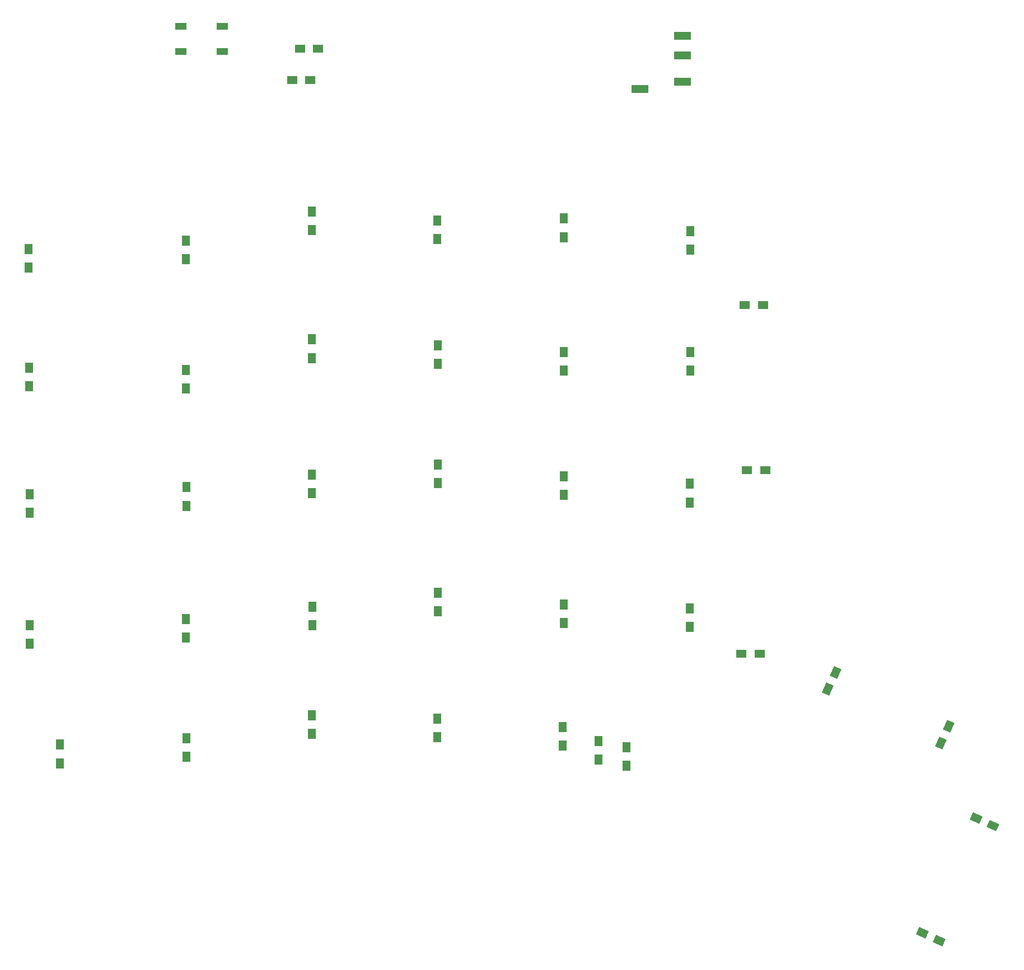
<source format=gtp>
G04 #@! TF.GenerationSoftware,KiCad,Pcbnew,(5.0.2)-1*
G04 #@! TF.CreationDate,2019-01-20T13:42:40+05:30*
G04 #@! TF.ProjectId,ErgodoxBle,4572676f-646f-4784-926c-652e6b696361,rev?*
G04 #@! TF.SameCoordinates,Original*
G04 #@! TF.FileFunction,Paste,Top*
G04 #@! TF.FilePolarity,Positive*
%FSLAX46Y46*%
G04 Gerber Fmt 4.6, Leading zero omitted, Abs format (unit mm)*
G04 Created by KiCad (PCBNEW (5.0.2)-1) date 1/20/2019 1:42:40 PM*
%MOMM*%
%LPD*%
G01*
G04 APERTURE LIST*
%ADD10R,1.200000X1.600000*%
%ADD11R,1.600000X1.200000*%
%ADD12C,1.200000*%
%ADD13C,0.100000*%
%ADD14R,1.500000X1.200000*%
%ADD15R,2.500000X1.200000*%
%ADD16R,1.700000X1.000000*%
G04 APERTURE END LIST*
D10*
G04 #@! TO.C,D0*
X42418000Y-54168500D03*
X42418000Y-51368500D03*
G04 #@! TD*
G04 #@! TO.C,D1*
X66217800Y-50060400D03*
X66217800Y-52860400D03*
G04 #@! TD*
G04 #@! TO.C,D2*
X85280500Y-48466200D03*
X85280500Y-45666200D03*
G04 #@! TD*
G04 #@! TO.C,D3*
X104254300Y-47037800D03*
X104254300Y-49837800D03*
G04 #@! TD*
G04 #@! TO.C,D4*
X123431300Y-49545700D03*
X123431300Y-46745700D03*
G04 #@! TD*
G04 #@! TO.C,D5*
X142519400Y-48663400D03*
X142519400Y-51463400D03*
G04 #@! TD*
D11*
G04 #@! TO.C,D6*
X153533300Y-59817000D03*
X150733300Y-59817000D03*
G04 #@! TD*
D10*
G04 #@! TO.C,D10*
X42570400Y-69326300D03*
X42570400Y-72126300D03*
G04 #@! TD*
G04 #@! TO.C,D11*
X66243200Y-72418400D03*
X66243200Y-69618400D03*
G04 #@! TD*
G04 #@! TO.C,D12*
X85293200Y-65033700D03*
X85293200Y-67833700D03*
G04 #@! TD*
G04 #@! TO.C,D13*
X104368600Y-68735400D03*
X104368600Y-65935400D03*
G04 #@! TD*
G04 #@! TO.C,D14*
X123380500Y-66913300D03*
X123380500Y-69713300D03*
G04 #@! TD*
G04 #@! TO.C,D15*
X142494000Y-69738700D03*
X142494000Y-66938700D03*
G04 #@! TD*
D11*
G04 #@! TO.C,D16*
X151076200Y-84836000D03*
X153876200Y-84836000D03*
G04 #@! TD*
D10*
G04 #@! TO.C,D20*
X42621200Y-91265200D03*
X42621200Y-88465200D03*
G04 #@! TD*
G04 #@! TO.C,D21*
X66306700Y-87385700D03*
X66306700Y-90185700D03*
G04 #@! TD*
G04 #@! TO.C,D22*
X85305900Y-88255300D03*
X85305900Y-85455300D03*
G04 #@! TD*
G04 #@! TO.C,D23*
X104317800Y-83982100D03*
X104317800Y-86782100D03*
G04 #@! TD*
G04 #@! TO.C,D24*
X123431300Y-85772800D03*
X123431300Y-88572800D03*
G04 #@! TD*
G04 #@! TO.C,D25*
X142468600Y-86877700D03*
X142468600Y-89677700D03*
G04 #@! TD*
D12*
G04 #@! TO.C,D26*
X163281668Y-117917162D03*
D13*
G36*
X163487358Y-118895779D02*
X162399789Y-118388637D01*
X163075978Y-116938545D01*
X164163547Y-117445687D01*
X163487358Y-118895779D01*
X163487358Y-118895779D01*
G37*
D12*
X164465000Y-115379500D03*
D13*
G36*
X164670690Y-116358117D02*
X163583121Y-115850975D01*
X164259310Y-114400883D01*
X165346879Y-114908025D01*
X164670690Y-116358117D01*
X164670690Y-116358117D01*
G37*
G04 #@! TD*
D10*
G04 #@! TO.C,D30*
X42595800Y-108251800D03*
X42595800Y-111051800D03*
G04 #@! TD*
G04 #@! TO.C,D31*
X66281300Y-110099300D03*
X66281300Y-107299300D03*
G04 #@! TD*
G04 #@! TO.C,D32*
X85344000Y-105432400D03*
X85344000Y-108232400D03*
G04 #@! TD*
G04 #@! TO.C,D33*
X104381300Y-106111500D03*
X104381300Y-103311500D03*
G04 #@! TD*
G04 #@! TO.C,D34*
X123418600Y-105140300D03*
X123418600Y-107940300D03*
G04 #@! TD*
G04 #@! TO.C,D35*
X142468600Y-108486400D03*
X142468600Y-105686400D03*
G04 #@! TD*
D11*
G04 #@! TO.C,D36*
X150199900Y-112560100D03*
X152999900Y-112560100D03*
G04 #@! TD*
D10*
G04 #@! TO.C,D40*
X47205900Y-129136600D03*
X47205900Y-126336600D03*
G04 #@! TD*
G04 #@! TO.C,D41*
X66294000Y-125371400D03*
X66294000Y-128171400D03*
G04 #@! TD*
G04 #@! TO.C,D42*
X85318600Y-124688600D03*
X85318600Y-121888600D03*
G04 #@! TD*
G04 #@! TO.C,D43*
X104279700Y-122412300D03*
X104279700Y-125212300D03*
G04 #@! TD*
G04 #@! TO.C,D44*
X123240800Y-126431500D03*
X123240800Y-123631500D03*
G04 #@! TD*
D12*
G04 #@! TO.C,D45*
X181622700Y-123532900D03*
D13*
G36*
X181828390Y-124511517D02*
X180740821Y-124004375D01*
X181417010Y-122554283D01*
X182504579Y-123061425D01*
X181828390Y-124511517D01*
X181828390Y-124511517D01*
G37*
D12*
X180439368Y-126070562D03*
D13*
G36*
X180645058Y-127049179D02*
X179557489Y-126542037D01*
X180233678Y-125091945D01*
X181321247Y-125599087D01*
X180645058Y-127049179D01*
X180645058Y-127049179D01*
G37*
G04 #@! TD*
D12*
G04 #@! TO.C,D46*
X188276331Y-138577166D03*
D13*
G36*
X189254948Y-138371476D02*
X188747806Y-139459045D01*
X187297714Y-138782856D01*
X187804856Y-137695287D01*
X189254948Y-138371476D01*
X189254948Y-138371476D01*
G37*
D12*
X185738669Y-137393834D03*
D13*
G36*
X186717286Y-137188144D02*
X186210144Y-138275713D01*
X184760052Y-137599524D01*
X185267194Y-136511955D01*
X186717286Y-137188144D01*
X186717286Y-137188144D01*
G37*
G04 #@! TD*
D10*
G04 #@! TO.C,D54*
X132880100Y-129530300D03*
X132880100Y-126730300D03*
G04 #@! TD*
G04 #@! TO.C,D55*
X128651000Y-125803200D03*
X128651000Y-128603200D03*
G04 #@! TD*
D12*
G04 #@! TO.C,D56*
X177623369Y-154805534D03*
D13*
G36*
X178601986Y-154599844D02*
X178094844Y-155687413D01*
X176644752Y-155011224D01*
X177151894Y-153923655D01*
X178601986Y-154599844D01*
X178601986Y-154599844D01*
G37*
D12*
X180161031Y-155988866D03*
D13*
G36*
X181139648Y-155783176D02*
X180632506Y-156870745D01*
X179182414Y-156194556D01*
X179689556Y-155106987D01*
X181139648Y-155783176D01*
X181139648Y-155783176D01*
G37*
G04 #@! TD*
D14*
G04 #@! TO.C,R1*
X85068400Y-25781000D03*
X82368400Y-25781000D03*
G04 #@! TD*
G04 #@! TO.C,R2*
X83486000Y-21018500D03*
X86186000Y-21018500D03*
G04 #@! TD*
D15*
G04 #@! TO.C,AudioJS1*
X141362500Y-19075400D03*
X141362500Y-22075400D03*
X141362500Y-26075400D03*
X134862500Y-27175400D03*
G04 #@! TD*
D16*
G04 #@! TO.C,SW1*
X65468100Y-17645300D03*
X71768100Y-17645300D03*
X65468100Y-21445300D03*
X71768100Y-21445300D03*
G04 #@! TD*
M02*

</source>
